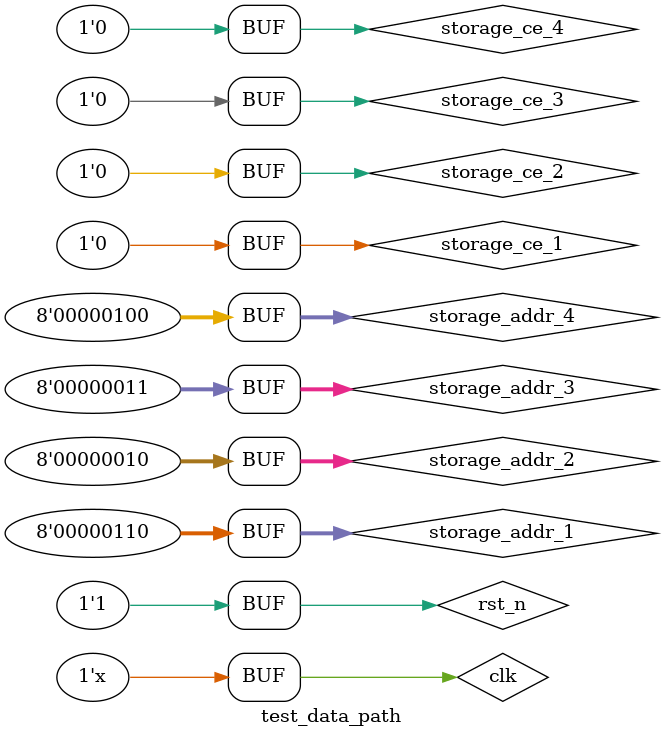
<source format=v>
`timescale 1ns / 1ps


module test_data_path(

    );
    reg rst_n;
    reg clk;

    reg storage_ce_1;
    reg [7:0] storage_addr_1;

    reg storage_ce_2;
    reg [7:0] storage_addr_2;

    reg storage_ce_3;
    reg [7:0] storage_addr_3;

    reg storage_ce_4;
    reg [7:0] storage_addr_4;

    initial begin
        storage_addr_1 <= 8'hff;
        storage_addr_2 <= 8'h02;
        storage_addr_3 <= 8'h03;
        storage_addr_4 <= 8'h04;
        rst_n = 0;
        clk = 0;
        storage_ce_1 = 0;
        storage_ce_2 = 0;
        storage_ce_3 = 0;
        storage_ce_4 = 0;

        #20
        rst_n = 1;

        #20
        storage_ce_1 = 1;
        storage_ce_2 = 1;
        storage_ce_3 = 1;
        storage_ce_4 = 1;

        #100
        storage_ce_1 = 1;
        storage_ce_2 = 0;
        storage_ce_3 = 0;
        storage_ce_4 = 0;
        storage_addr_1 <= 8'h06;

        #20
        storage_ce_1 = 0;

    end

    always #5 clk = ~ clk;

    data_path data_path_inst(
        .rst_n(rst_n),
        .clk(clk),

        .storage_ce_1(storage_ce_1),
        .storage_addr_1(storage_addr_1),

        .storage_ce_2(storage_ce_2),
        .storage_addr_2(storage_addr_2),

        .storage_ce_3(storage_ce_3),
        .storage_addr_3(storage_addr_3),

        .storage_ce_4(storage_ce_4),
        .storage_addr_4(storage_addr_4)

    );
endmodule

</source>
